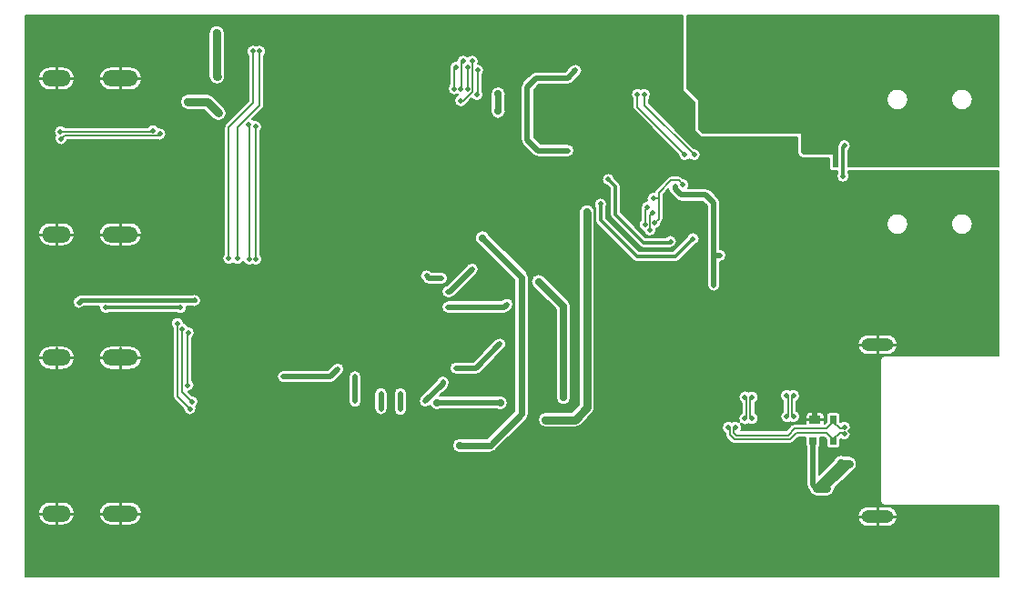
<source format=gbl>
G04 Layer: BottomLayer*
G04 EasyEDA Pro v1.8.39, 2022-11-10 11:17:13*
G04 Gerber Generator version 0.3*
G04 Scale: 100 percent, Rotated: No, Reflected: No*
G04 Dimensions in millimeters*
G04 Leading zeros omitted, absolute positions, 3 integers and 3 decimals*
%FSLAX33Y33*%
%MOMM*%
%ADD999C,0.2032*%
%ADD10C,0.254*%
%ADD11O,2.70002X1.50114*%
%ADD12O,3.29946X1.50114*%
%ADD13O,2.99974X1.19888*%
%ADD14C,0.699999*%
%ADD15C,0.499999*%
%ADD16C,0.50038*%
%ADD17C,0.2082*%
%ADD18C,0.2032*%
%ADD19C,0.508*%
%ADD20C,0.700001*%
%ADD21C,0.762*%
%ADD22C,0.127*%
%ADD23C,0.800001*%
%ADD24C,0.299999*%
%ADD25C,0.399999*%
%ADD26C,0.600001*%
%ADD27C,0.25*%
G75*


G04 Copper Start*
G36*
G01X358Y358D02*
G01X358Y11455D01*
G01Y11456D01*
G01X347Y16155D01*
G01Y24967D01*
G01X358Y26617D01*
G01Y26618D01*
G01Y26619D01*
G01Y52642D01*
G01X61450D01*
G01Y45778D01*
G03X61555Y45525I358J0D01*
G01X62554Y44526D01*
G01Y42005D01*
G03X62659Y41751I358J0D01*
G01X63067Y41343D01*
G03X63321Y41238I253J253D01*
G01X72143D01*
G01Y39861D01*
G03X72248Y39608I358J0D01*
G01X72432Y39424D01*
G03X72685Y39319I253J253D01*
G01X75070D01*
G01Y38470D01*
G03X75428Y38112I358J0D01*
G01X75880D01*
G01Y37985D01*
G03X75780Y37650I508J-334D01*
G03X76388Y37042I608J0D01*
G03X76996Y37650I0J608D01*
G03X76896Y37985I-608J0D01*
G01Y38112D01*
G01X90842D01*
G01Y20932D01*
G01X80250D01*
G01X80238D01*
G03X79880Y20574I0J-358D01*
G01Y7366D01*
G03X80238Y7008I358J0D01*
G01X80250D01*
G01X90842D01*
G01Y4572D01*
G01Y3302D01*
G01Y358D01*
G01X358D01*
G37*
%LPC*%
G36*
G01X40018Y12581D02*
G03X40726Y11873I708J0D01*
G03X40988Y11922I0J708D01*
G01X43571D01*
G03X44036Y12115I0J658D01*
G01X46957Y15036D01*
G03X47150Y15502I-465J465D01*
G01Y28252D01*
G03X46957Y28718I-658J0D01*
G01X43485Y32191D01*
G03X42835Y32618I-650J-281D01*
G03X42126Y31910I0J-708D01*
G03X42554Y31260I708J0D01*
G01X45834Y27980D01*
G01Y15774D01*
G01X43298Y13239D01*
G01X40988D01*
G03X40726Y13289I-261J-658D01*
G03X40018Y12581I0J-708D01*
G37*
G36*
G01X73468Y8037D02*
G03X73990Y7821I523J523D01*
G01X74627D01*
G01X74893D01*
G03X75632Y8560I0J739D01*
G01Y8565D01*
G01X77313Y10246D01*
G03X77701Y10897I-351J651D01*
G03X76962Y11636I-739J0D01*
G01X76527D01*
G03X76200Y11712I-327J-663D01*
G03X75484Y11157I0J-739D01*
G01X74210Y9883D01*
G01Y12489D01*
G03X74246Y12645I-322J156D01*
G01Y13332D01*
G01X74627D01*
G01X74829Y13130D01*
G01Y12645D01*
G03X75188Y12287I358J0D01*
G01X75788D01*
G03X76146Y12645I0J358D01*
G01Y13150D01*
G01X76166Y13170D01*
G03X76519Y13057I353J495D01*
G03X77127Y13665I0J608D01*
G03X77037Y13983I-608J0D01*
G03X77127Y14300I-519J318D01*
G03X76519Y14908I-608J0D01*
G03X76151Y14785I0J-608D01*
G01X76146Y14790D01*
G01Y15345D01*
G03X75788Y15704I-358J0D01*
G01X75188D01*
G03X74829Y15345I0J-358D01*
G01Y14810D01*
G01X74645Y14626D01*
G01X74646Y14645D01*
G01Y15345D01*
G03X74288Y15704I-358J0D01*
G01X73288D01*
G03X72929Y15345I0J-358D01*
G01Y14645D01*
G03X72931Y14608I358J0D01*
G01X71901D01*
G03X71576Y14473I0J-460D01*
G01X71101Y13998D01*
G01X66926D01*
G03X66992Y14275I-541J277D01*
G03X66886Y14619I-608J0D01*
G03X67273Y14479I388J469D01*
G03X67603Y14577I0J608D01*
G03X67934Y14479I330J511D01*
G03X68542Y15088I0J608D01*
G03X68241Y15612I-608J0D01*
G01Y16569D01*
G03X68542Y17094I-307J525D01*
G03X67934Y17702I-608J0D01*
G03X67603Y17605I0J-608D01*
G03X67273Y17702I-330J-511D01*
G03X66665Y17094I0J-608D01*
G03X66966Y16569I608J0D01*
G01Y15612D01*
G03X66665Y15088I307J-525D01*
G03X66772Y14743I608J0D01*
G03X66384Y14883I-388J-469D01*
G03X66054Y14785I0J-608D01*
G03X65724Y14883I-330J-511D01*
G03X65116Y14275I0J-608D01*
G03X65416Y13750I608J0D01*
G01Y13620D01*
G03X65551Y13294I460J0D01*
G01X65988Y12858D01*
G03X66313Y12723I325J325D01*
G01X71439D01*
G03X71764Y12858I0J460D01*
G01X72239Y13332D01*
G01X72929D01*
G01Y12645D01*
G03X72986Y12453I358J0D01*
G01Y8952D01*
G03X73165Y8519I612J0D01*
G01X73214Y8471D01*
G03X73417Y8088I726J140D01*
G01X73468Y8037D01*
G37*
G36*
G01X47992Y14986D02*
G03X48731Y14247I739J0D01*
G01X51449D01*
G03X51972Y14463I0J739D01*
G01X53089Y15581D01*
G03X53306Y16104I-523J523D01*
G01Y34251D01*
G03X53240Y34556I-739J0D01*
G03X52563Y35057I-677J-207D01*
G03X51871Y34501I0J-708D01*
G03X51827Y34251I695J-251D01*
G01Y16410D01*
G01X51143Y15725D01*
G01X48731D01*
G03X47992Y14986I0J-739D01*
G37*
G36*
G01X64374Y26908D02*
G03X64982Y27516I0J608D01*
G01Y29683D01*
G03X65376Y29861I-37J607D01*
G03X65554Y30291I-430J430D01*
G03X64982Y30898I-608J0D01*
G01Y35171D01*
G03X64804Y35601I-608J0D01*
G01X64064Y36341D01*
G03X63634Y36519I-430J-430D01*
G01X62005D01*
G03X62112Y36863I-501J344D01*
G03X61504Y37471I-608J0D01*
G01X61492D01*
G01X61395Y37568D01*
G03X61097Y37691I-298J-298D01*
G01X60411D01*
G03X60113Y37568I0J-422D01*
G01X58945Y36399D01*
G03X58832Y36193I298J-298D01*
G03X58735Y36201I-97J-600D01*
G03X58127Y35593I0J-608D01*
G03X58163Y35387I608J0D01*
G03X57593Y34780I39J-607D01*
G03X57597Y34717I608J0D01*
G03X57551Y34526I376J-190D01*
G01Y33593D01*
G03X57365Y33155I422J-438D01*
G03X57828Y32564I608J0D01*
G03X58430Y32039I603J83D01*
G03X59038Y32647I0J608D01*
G03X59031Y32741I-608J0D01*
G03X59495Y33332I-143J591D01*
G01Y33344D01*
G01X59541Y33390D01*
G03X59665Y33688I-298J298D01*
G01Y35582D01*
G01Y35926D01*
G01X60159Y36421D01*
G03X60337Y36001I608J11D01*
G01X60858Y35481D01*
G03X61288Y35302I430J430D01*
G01X63382D01*
G01X63766Y34919D01*
G01Y30290D01*
G01Y27516D01*
G03X64374Y26908I608J0D01*
G37*
G36*
G01X21784Y29328D02*
G03X22392Y29936I0J608D01*
G03X22205Y30374I-608J0D01*
G01Y41855D01*
G03X22365Y42266I-449J410D01*
G03X21756Y42874I-608J0D01*
G03X21594Y42852I0J-608D01*
G03X21454Y42978I-473J-383D01*
G01X22432Y43956D01*
G03X22555Y44254I-298J298D01*
G01Y48845D01*
G03X22742Y49284I-422J438D01*
G03X22134Y49892I-608J0D01*
G03X21816Y49802I0J-608D01*
G03X21499Y49892I-317J-519D01*
G03X20890Y49284I0J-608D01*
G03X21077Y48845I608J0D01*
G01Y44632D01*
G01X18965Y42521D01*
G03X18842Y42222I298J-298D01*
G01Y30443D01*
G03X18655Y30005I422J-438D01*
G03X19263Y29397I608J0D01*
G03X19657Y29542I0J608D01*
G03X20051Y29397I394J464D01*
G03X20583Y29712I0J608D01*
G03X21149Y29328I565J224D01*
G03X21466Y29417I0J608D01*
G03X21784Y29328I318J519D01*
G37*
G36*
G01X60767Y29649D02*
G03X61126Y29798I0J508D01*
G01X62566Y31238D01*
G03X63051Y31834I-123J596D01*
G03X62443Y32442I-608J0D01*
G03X61848Y31957I0J-608D01*
G01X60556Y30666D01*
G01X57447D01*
G01X54341Y33772D01*
G01Y34726D01*
G03X54441Y35060I-508J334D01*
G03X53833Y35668I-608J0D01*
G03X53225Y35060I0J-608D01*
G03X53325Y34726I608J0D01*
G01Y33561D01*
G03X53473Y33202I508J0D01*
G01X56877Y29798D01*
G03X57236Y29649I359J359D01*
G01X60767D01*
G37*
G36*
G01X47616Y39605D02*
G03X48049Y39426I433J433D01*
G01X50810D01*
G03X51422Y40038I0J612D01*
G03X50810Y40650I-612J0D01*
G01X48303D01*
G01X47653Y41300D01*
G01Y45720D01*
G01X48122Y46189D01*
G01X48137Y46191D01*
G01X50815D01*
G03X51245Y46369I0J608D01*
G01X51951Y47076D01*
G03X52129Y47506I-430J430D01*
G03X51521Y48114I-608J0D01*
G03X51091Y47936I0J-608D01*
G01X50563Y47407D01*
G01X48137D01*
G03X48067Y47411I-70J-608D01*
G01X47866D01*
G03X47433Y47232I0J-612D01*
G01X46608Y46407D01*
G03X46429Y45974I433J-433D01*
G01Y41046D01*
G03X46608Y40614I612J0D01*
G01X47616Y39605D01*
G37*
G36*
G01X57461Y31119D02*
G03X57821Y30970I359J359D01*
G01X60234D01*
G03X60291Y30973I0J508D01*
G03X60335Y30972I44J607D01*
G03X60943Y31580I0J608D01*
G03X60335Y32188I-608J0D01*
G03X59883Y31986I0J-608D01*
G01X58031D01*
G01X55712Y34305D01*
G01Y36711D01*
G03X55564Y37070I-508J0D01*
G01X55165Y37469D01*
G03X54569Y37954I-596J-123D01*
G03X53961Y37346I0J-608D01*
G03X54446Y36750I608J0D01*
G01X54696Y36500D01*
G01Y34094D01*
G03X54845Y33735I508J0D01*
G01X57461Y31119D01*
G37*
G36*
G01X50382Y16335D02*
G03X51090Y17043I0J708D01*
G01Y25531D01*
G03X50883Y26031I-708J0D01*
G01X48568Y28347D01*
G03X48067Y28554I-501J-501D01*
G03X47359Y27846I0J-708D01*
G03X47566Y27345I708J0D01*
G01X49674Y25237D01*
G01Y17043D01*
G03X50382Y16335I708J0D01*
G37*
G36*
G01X61681Y39049D02*
G03X62113Y39229I0J608D01*
G03X62545Y39049I432J428D01*
G03X63153Y39657I0J608D01*
G03X62545Y40265I-608J0D01*
G01X62533D01*
G01X58344Y44454D01*
G01Y44832D01*
G03X58530Y45270I-422J438D01*
G03X57922Y45879I-608J0D01*
G03X57592Y45781I0J-608D01*
G03X57262Y45879I-330J-511D01*
G03X56654Y45270I0J-608D01*
G03X56840Y44832I608J0D01*
G01Y44077D01*
G03X56964Y43778I422J0D01*
G01X61073Y39669D01*
G01Y39657D01*
G03X61681Y39049I608J0D01*
G37*
G36*
G01X44515Y15853D02*
G03X45223Y16561I0J708D01*
G03X44515Y17269I-708J0D01*
G03X44198Y17194I0J-708D01*
G01X38985D01*
G03X38910Y17233I-363J-608D01*
G01X39611Y17934D01*
G03X39789Y18364I-430J430D01*
G01Y18491D01*
G03X39181Y19099I-608J0D01*
G03X38589Y18633I0J-608D01*
G01X37100Y17143D01*
G03X36922Y16713I430J-430D01*
G03X37530Y16105I608J0D01*
G03X37960Y16283I0J608D01*
G01X37975Y16298D01*
G03X38622Y15878I647J288D01*
G03X38985Y15978I0J708D01*
G01X44112D01*
G03X44515Y15853I402J583D01*
G37*
G36*
G01X15635Y15394D02*
G03X16243Y16002I0J608D01*
G03X16218Y16175I-608J0D01*
G03X16448Y16652I-378J476D01*
G03X15840Y17260I-608J0D01*
G01X15828D01*
G01X15494Y17594D01*
G03X16067Y18201I-35J607D01*
G03X15881Y18639I-608J0D01*
G01Y22629D01*
G03X16091Y23089I-398J460D01*
G03X15483Y23697I-608J0D01*
G01X15477D01*
G03X15069Y24035I-553J-253D01*
G03X14467Y24560I-603J-83D01*
G03X13858Y23952I0J-608D01*
G03X14045Y23514I608J0D01*
G01Y17170D01*
G03X14168Y16872I422J0D01*
G01X15027Y16014D01*
G01Y16002D01*
G03X15635Y15394I608J0D01*
G37*
G36*
G01X7192Y25425D02*
G03X7800Y24817I608J0D01*
G03X8134Y24917I0J608D01*
G01X14437D01*
G03X14771Y24817I334J508D01*
G03X15380Y25425I0J608D01*
G03X15371Y25528I-608J0D01*
G01X15837D01*
G03X16078Y25478I241J558D01*
G03X16686Y26086I0J608D01*
G03X16078Y26694I-608J0D01*
G03X15837Y26644I0J-608D01*
G01X5512D01*
G03X5117Y26480I0J-558D01*
G01X5110Y26473D01*
G03X4726Y25908I224J-565D01*
G03X5334Y25300I608J0D01*
G03X5809Y25528I0J608D01*
G01X7201D01*
G03X7192Y25425I599J-102D01*
G37*
G36*
G01X3049Y41148D02*
G03X3658Y40540I608J0D01*
G03X4253Y41022I0J608D01*
G01X12598D01*
G03X12841Y40972I243J557D01*
G03X13449Y41580I0J608D01*
G03X12841Y42188I-608J0D01*
G03X12761Y42183I0J-608D01*
G03X12231Y42493I-530J-298D01*
G03X11731Y42230I0J-608D01*
G01X4045D01*
G03X3607Y42417I-438J-422D01*
G03X2999Y41808I0J-608D01*
G03X3124Y41439I608J0D01*
G03X3049Y41148I534J-291D01*
G37*
G36*
G01X42254Y19178D02*
G03X42684Y19357I0J608D01*
G01X44919Y21592D01*
G03X45098Y22022I-430J430D01*
G03X44489Y22630I-608J0D01*
G03X44059Y22452I0J-608D01*
G01X42002Y20395D01*
G01X40375D01*
G03X39766Y19787I0J-608D01*
G03X40375Y19178I608J0D01*
G01X42254D01*
G37*
G36*
G01X40828Y44078D02*
G03X41333Y44347I0J608D01*
G03X41380Y44388I-251J339D01*
G01X41868Y44876D01*
G03X42352Y44637I484J369D01*
G03X42960Y45245I0J608D01*
G03X42824Y45628I-608J0D01*
G01Y47067D01*
G03X43011Y47506I-422J438D01*
G03X42446Y48112I-608J0D01*
G03X42503Y48369I-551J257D01*
G03X41895Y48977I-608J0D01*
G03X41476Y48810I0J-608D01*
G03X41057Y48977I-419J-441D01*
G03X40449Y48388I0J-608D01*
G03X40371Y48393I-78J-603D01*
G03X39763Y47785I0J-608D01*
G03X39797Y47584I608J0D01*
G01Y46242D01*
G03X39610Y45804I422J-438D01*
G03X40218Y45196I608J0D01*
G03X40536Y45285I0J608D01*
G03X40601Y45250I318J519D01*
G03X40220Y44686I227J-564D01*
G03X40828Y44078I608J0D01*
G37*
G36*
G01X23736Y18999D02*
G03X24344Y18391I608J0D01*
G01X28703D01*
G03X29133Y18569I0J608D01*
G01X29834Y19270D01*
G03X30012Y19700I-430J430D01*
G03X29404Y20308I-608J0D01*
G03X28974Y20130I0J-608D01*
G01X28451Y19607D01*
G01X24344D01*
G03X23736Y18999I0J-608D01*
G37*
G36*
G01X39784Y26298D02*
G03X40214Y26476I0J608D01*
G01X42322Y28584D01*
G03X42501Y29014I-430J430D01*
G03X41892Y29623I-608J0D01*
G03X41462Y29444I0J-608D01*
G01X39522Y27504D01*
G03X39024Y26906I109J-598D01*
G03X39632Y26298I608J0D01*
G01X39784D01*
G37*
G36*
G01X18302Y42777D02*
G03X19060Y43536I0J758D01*
G03X18838Y44072I-758J0D01*
G01X17797Y45113D01*
G03X17261Y45335I-536J-536D01*
G01X15457D01*
G03X14699Y44577I0J-758D01*
G03X15457Y43819I758J0D01*
G01X16947D01*
G01X17766Y43000D01*
G03X18302Y42777I536J536D01*
G37*
G36*
G01X39030Y25476D02*
G03X39638Y24868I608J0D01*
G01X44884D01*
G03X45314Y25046I0J608D01*
G01X45576Y25308D01*
G03X45754Y25738I-430J430D01*
G03X45146Y26346I-608J0D01*
G03X44716Y26168I0J-608D01*
G01X44632Y26084D01*
G01X39638D01*
G03X39030Y25476I0J-608D01*
G37*
G36*
G01X10082Y45640D02*
G03X11191Y46749I0J1109D01*
G03X10082Y47858I-1109J0D01*
G01X8284D01*
G03X7175Y46749I0J-1109D01*
G03X8284Y45640I1109J0D01*
G01X10082D01*
G37*
G36*
G01X10082Y5142D02*
G03X11191Y6251I0J1109D01*
G03X10082Y7360I-1109J0D01*
G01X8284D01*
G03X7175Y6251I0J-1109D01*
G03X8284Y5142I1109J0D01*
G01X10082D01*
G37*
G36*
G01X7175Y32251D02*
G03X8284Y31142I1109J0D01*
G01X10082D01*
G03X11191Y32251I0J1109D01*
G03X10082Y33360I-1109J0D01*
G01X8284D01*
G03X7175Y32251I0J-1109D01*
G37*
G36*
G01X7175Y20749D02*
G03X8284Y19640I1109J0D01*
G01X10082D01*
G03X11191Y20749I0J1109D01*
G03X10082Y21858I-1109J0D01*
G01X8284D01*
G03X7175Y20749I0J-1109D01*
G37*
G36*
G01X18171Y46163D02*
G03X18929Y46921I0J758D01*
G03X18904Y47116I-758J0D01*
G01Y50985D01*
G03X18146Y51744I-758J0D01*
G03X17388Y50985I0J-758D01*
G01Y46947D01*
G03X17610Y46411I758J0D01*
G01X17635Y46385D01*
G03X18171Y46163I536J536D01*
G37*
G36*
G01X1513Y32251D02*
G03X2622Y31142I1109J0D01*
G01X3821D01*
G03X4930Y32251I0J1109D01*
G03X3821Y33360I-1109J0D01*
G01X2622D01*
G03X1513Y32251I0J-1109D01*
G37*
G36*
G01X3821Y5142D02*
G03X4930Y6251I0J1109D01*
G03X3821Y7360I-1109J0D01*
G01X2622D01*
G03X1513Y6251I0J-1109D01*
G03X2622Y5142I1109J0D01*
G01X3821D01*
G37*
G36*
G01X3821Y19640D02*
G03X4930Y20749I0J1109D01*
G03X3821Y21858I-1109J0D01*
G01X2622D01*
G03X1513Y20749I0J-1109D01*
G03X2622Y19640I1109J0D01*
G01X3821D01*
G37*
G36*
G01X1513Y46749D02*
G03X2622Y45640I1109J0D01*
G01X3821D01*
G03X4930Y46749I0J1109D01*
G03X3821Y47858I-1109J0D01*
G01X2622D01*
G03X1513Y46749I0J-1109D01*
G37*
G36*
G01X80503Y21013D02*
G03X81461Y21971I0J958D01*
G03X80503Y22929I-958J0D01*
G01X78702D01*
G03X77745Y21971I0J-958D01*
G03X78702Y21013I958J0D01*
G01X80503D01*
G37*
G36*
G01X77745Y5969D02*
G03X78702Y5011I958J0D01*
G01X80503D01*
G03X81461Y5969I0J958D01*
G03X80503Y6927I-958J0D01*
G01X78702D01*
G03X77745Y5969I0J-958D01*
G37*
G36*
G01X71159Y14657D02*
G03X71477Y14747I0J608D01*
G03X71794Y14657I318J519D01*
G03X72403Y15265I0J608D01*
G03X72102Y15790I-608J0D01*
G01Y16722D01*
G03X72403Y17247I-307J525D01*
G03X71794Y17855I-608J0D01*
G03X71464Y17757I0J-608D01*
G03X71134Y17855I-330J-511D01*
G03X70526Y17247I0J-608D01*
G03X70827Y16722I608J0D01*
G01Y15774D01*
G03X70551Y15265I333J-509D01*
G03X71159Y14657I608J0D01*
G37*
G36*
G01X43600Y43696D02*
G03X44308Y42988I708J0D01*
G03X45016Y43696I0J708D01*
G03X44966Y43957I-708J0D01*
G01Y45060D01*
G03X45016Y45321I-658J261D01*
G03X44308Y46029I-708J0D01*
G03X43600Y45321I0J-708D01*
G03X43650Y45060I708J0D01*
G01Y43957D01*
G03X43600Y43696I658J-261D01*
G37*
G36*
G01X31002Y16080D02*
G03X31610Y16688I0J608D01*
G03X31604Y16774I-608J0D01*
G01Y18981D01*
G03X30996Y19590I-608J0D01*
G03X30388Y18981I0J-608D01*
G01Y16694D01*
G03X30566Y16264I608J0D01*
G01X30572Y16258D01*
G03X31002Y16080I430J430D01*
G37*
G36*
G01X87452Y32192D02*
G03X88460Y33200I0J1008D01*
G03X87452Y34208I-1008J0D01*
G03X86444Y33200I0J-1008D01*
G03X87452Y32192I1008J0D01*
G37*
G36*
G01X80444Y33200D02*
G03X81452Y32192I1008J0D01*
G03X82460Y33200I0J1008D01*
G03X81452Y34208I-1008J0D01*
G03X80444Y33200I0J-1008D01*
G37*
G36*
G01X37449Y27721D02*
G03X37879Y27543I430J430D01*
G01X39048D01*
G03X39656Y28151I0J608D01*
G03X39048Y28759I-608J0D01*
G01X38131D01*
G01X38081Y28809D01*
G03X37651Y28988I-430J-430D01*
G03X37042Y28379I0J-608D01*
G03X37221Y27949I608J0D01*
G01X37449Y27721D01*
G37*
G36*
G01X34610Y15926D02*
G03X35218Y15318I608J0D01*
G03X35827Y15926I0J608D01*
G01Y17423D01*
G03X35648Y17854I-608J0D01*
G03X35217Y18033I-431J-429D01*
G03X34609Y17424I0J-608D01*
G03X34610Y17380I608J0D01*
G01Y15926D01*
G37*
G36*
G01X32985Y15572D02*
G03X33415Y15394I430J430D01*
G03X34023Y16002I0J608D01*
G03X34020Y16064I-608J0D01*
G01Y17424D01*
G03X33412Y18033I-608J0D01*
G03X32804Y17424I0J-608D01*
G01Y16005D01*
G03X32982Y15575I608J0D01*
G01X32985Y15572D01*
G37*
%LPD*%
G36*
G01X75530Y38571D02*
G01X75530Y39677D01*
G03X75428Y39779I-102J0D01*
G01X72727D01*
G01X72603Y39903D01*
G01Y41596D01*
G03X72501Y41698I-102J0D01*
G01X63363D01*
G01X63014Y42047D01*
G01Y44675D01*
G03X62984Y44747I-102J0D01*
G01X61910Y45821D01*
G01Y52642D01*
G01X90842D01*
G01Y38571D01*
G01X76896D01*
G01Y40021D01*
G03X77123Y40495I-381J474D01*
G03X76515Y41103I-608J0D01*
G03X75908Y40536I0J-608D01*
G03X75880Y40368I480J-167D01*
G01Y38571D01*
G01X75530D01*
G37*
%LPC*%
G36*
G01X86444Y44800D02*
G03X87452Y43792I1008J0D01*
G03X88460Y44800I0J1008D01*
G03X87452Y45808I-1008J0D01*
G03X86444Y44800I0J-1008D01*
G37*
G36*
G01X81452Y43792D02*
G03X82460Y44800I0J1008D01*
G03X81452Y45808I-1008J0D01*
G03X80444Y44800I0J-1008D01*
G03X81452Y43792I1008J0D01*
G37*
%LPD*%
G54D999*
G01X358Y358D02*
G01X358Y11455D01*
G01Y11456D01*
G01X347Y16155D01*
G01Y24967D01*
G01X358Y26617D01*
G01Y26618D01*
G01Y26619D01*
G01Y52642D01*
G01X61450D01*
G01Y45778D01*
G03X61555Y45525I358J0D01*
G01X62554Y44526D01*
G01Y42005D01*
G03X62659Y41751I358J0D01*
G01X63067Y41343D01*
G03X63321Y41238I253J253D01*
G01X72143D01*
G01Y39861D01*
G03X72248Y39608I358J0D01*
G01X72432Y39424D01*
G03X72685Y39319I253J253D01*
G01X75070D01*
G01Y38470D01*
G03X75428Y38112I358J0D01*
G01X75880D01*
G01Y37985D01*
G03X75780Y37650I508J-334D01*
G03X76388Y37042I608J0D01*
G03X76996Y37650I0J608D01*
G03X76896Y37985I-608J0D01*
G01Y38112D01*
G01X90842D01*
G01Y20932D01*
G01X80250D01*
G01X80238D01*
G03X79880Y20574I0J-358D01*
G01Y7366D01*
G03X80238Y7008I358J0D01*
G01X80250D01*
G01X90842D01*
G01Y4572D01*
G01Y3302D01*
G01Y358D01*
G01X358D01*
G01X40018Y12581D02*
G03X40726Y11873I708J0D01*
G03X40988Y11922I0J708D01*
G01X43571D01*
G03X44036Y12115I0J658D01*
G01X46957Y15036D01*
G03X47150Y15502I-465J465D01*
G01Y28252D01*
G03X46957Y28718I-658J0D01*
G01X43485Y32191D01*
G03X42835Y32618I-650J-281D01*
G03X42126Y31910I0J-708D01*
G03X42554Y31260I708J0D01*
G01X45834Y27980D01*
G01Y15774D01*
G01X43298Y13239D01*
G01X40988D01*
G03X40726Y13289I-261J-658D01*
G03X40018Y12581I0J-708D01*
G01X73468Y8037D02*
G03X73990Y7821I523J523D01*
G01X74627D01*
G01X74893D01*
G03X75632Y8560I0J739D01*
G01Y8565D01*
G01X77313Y10246D01*
G03X77701Y10897I-351J651D01*
G03X76962Y11636I-739J0D01*
G01X76527D01*
G03X76200Y11712I-327J-663D01*
G03X75484Y11157I0J-739D01*
G01X74210Y9883D01*
G01Y12489D01*
G03X74246Y12645I-322J156D01*
G01Y13332D01*
G01X74627D01*
G01X74829Y13130D01*
G01Y12645D01*
G03X75188Y12287I358J0D01*
G01X75788D01*
G03X76146Y12645I0J358D01*
G01Y13150D01*
G01X76166Y13170D01*
G03X76519Y13057I353J495D01*
G03X77127Y13665I0J608D01*
G03X77037Y13983I-608J0D01*
G03X77127Y14300I-519J318D01*
G03X76519Y14908I-608J0D01*
G03X76151Y14785I0J-608D01*
G01X76146Y14790D01*
G01Y15345D01*
G03X75788Y15704I-358J0D01*
G01X75188D01*
G03X74829Y15345I0J-358D01*
G01Y14810D01*
G01X74645Y14626D01*
G01X74646Y14645D01*
G01Y15345D01*
G03X74288Y15704I-358J0D01*
G01X73288D01*
G03X72929Y15345I0J-358D01*
G01Y14645D01*
G03X72931Y14608I358J0D01*
G01X71901D01*
G03X71576Y14473I0J-460D01*
G01X71101Y13998D01*
G01X66926D01*
G03X66992Y14275I-541J277D01*
G03X66886Y14619I-608J0D01*
G03X67273Y14479I388J469D01*
G03X67603Y14577I0J608D01*
G03X67934Y14479I330J511D01*
G03X68542Y15088I0J608D01*
G03X68241Y15612I-608J0D01*
G01Y16569D01*
G03X68542Y17094I-307J525D01*
G03X67934Y17702I-608J0D01*
G03X67603Y17605I0J-608D01*
G03X67273Y17702I-330J-511D01*
G03X66665Y17094I0J-608D01*
G03X66966Y16569I608J0D01*
G01Y15612D01*
G03X66665Y15088I307J-525D01*
G03X66772Y14743I608J0D01*
G03X66384Y14883I-388J-469D01*
G03X66054Y14785I0J-608D01*
G03X65724Y14883I-330J-511D01*
G03X65116Y14275I0J-608D01*
G03X65416Y13750I608J0D01*
G01Y13620D01*
G03X65551Y13294I460J0D01*
G01X65988Y12858D01*
G03X66313Y12723I325J325D01*
G01X71439D01*
G03X71764Y12858I0J460D01*
G01X72239Y13332D01*
G01X72929D01*
G01Y12645D01*
G03X72986Y12453I358J0D01*
G01Y8952D01*
G03X73165Y8519I612J0D01*
G01X73214Y8471D01*
G03X73417Y8088I726J140D01*
G01X73468Y8037D01*
G01X47992Y14986D02*
G03X48731Y14247I739J0D01*
G01X51449D01*
G03X51972Y14463I0J739D01*
G01X53089Y15581D01*
G03X53306Y16104I-523J523D01*
G01Y34251D01*
G03X53240Y34556I-739J0D01*
G03X52563Y35057I-677J-207D01*
G03X51871Y34501I0J-708D01*
G03X51827Y34251I695J-251D01*
G01Y16410D01*
G01X51143Y15725D01*
G01X48731D01*
G03X47992Y14986I0J-739D01*
G01X64374Y26908D02*
G03X64982Y27516I0J608D01*
G01Y29683D01*
G03X65376Y29861I-37J607D01*
G03X65554Y30291I-430J430D01*
G03X64982Y30898I-608J0D01*
G01Y35171D01*
G03X64804Y35601I-608J0D01*
G01X64064Y36341D01*
G03X63634Y36519I-430J-430D01*
G01X62005D01*
G03X62112Y36863I-501J344D01*
G03X61504Y37471I-608J0D01*
G01X61492D01*
G01X61395Y37568D01*
G03X61097Y37691I-298J-298D01*
G01X60411D01*
G03X60113Y37568I0J-422D01*
G01X58945Y36399D01*
G03X58832Y36193I298J-298D01*
G03X58735Y36201I-97J-600D01*
G03X58127Y35593I0J-608D01*
G03X58163Y35387I608J0D01*
G03X57593Y34780I39J-607D01*
G03X57597Y34717I608J0D01*
G03X57551Y34526I376J-190D01*
G01Y33593D01*
G03X57365Y33155I422J-438D01*
G03X57828Y32564I608J0D01*
G03X58430Y32039I603J83D01*
G03X59038Y32647I0J608D01*
G03X59031Y32741I-608J0D01*
G03X59495Y33332I-143J591D01*
G01Y33344D01*
G01X59541Y33390D01*
G03X59665Y33688I-298J298D01*
G01Y35582D01*
G01Y35926D01*
G01X60159Y36421D01*
G03X60337Y36001I608J11D01*
G01X60858Y35481D01*
G03X61288Y35302I430J430D01*
G01X63382D01*
G01X63766Y34919D01*
G01Y30290D01*
G01Y27516D01*
G03X64374Y26908I608J0D01*
G01X21784Y29328D02*
G03X22392Y29936I0J608D01*
G03X22205Y30374I-608J0D01*
G01Y41855D01*
G03X22365Y42266I-449J410D01*
G03X21756Y42874I-608J0D01*
G03X21594Y42852I0J-608D01*
G03X21454Y42978I-473J-383D01*
G01X22432Y43956D01*
G03X22555Y44254I-298J298D01*
G01Y48845D01*
G03X22742Y49284I-422J438D01*
G03X22134Y49892I-608J0D01*
G03X21816Y49802I0J-608D01*
G03X21499Y49892I-317J-519D01*
G03X20890Y49284I0J-608D01*
G03X21077Y48845I608J0D01*
G01Y44632D01*
G01X18965Y42521D01*
G03X18842Y42222I298J-298D01*
G01Y30443D01*
G03X18655Y30005I422J-438D01*
G03X19263Y29397I608J0D01*
G03X19657Y29542I0J608D01*
G03X20051Y29397I394J464D01*
G03X20583Y29712I0J608D01*
G03X21149Y29328I565J224D01*
G03X21466Y29417I0J608D01*
G03X21784Y29328I318J519D01*
G01X60767Y29649D02*
G03X61126Y29798I0J508D01*
G01X62566Y31238D01*
G03X63051Y31834I-123J596D01*
G03X62443Y32442I-608J0D01*
G03X61848Y31957I0J-608D01*
G01X60556Y30666D01*
G01X57447D01*
G01X54341Y33772D01*
G01Y34726D01*
G03X54441Y35060I-508J334D01*
G03X53833Y35668I-608J0D01*
G03X53225Y35060I0J-608D01*
G03X53325Y34726I608J0D01*
G01Y33561D01*
G03X53473Y33202I508J0D01*
G01X56877Y29798D01*
G03X57236Y29649I359J359D01*
G01X60767D01*
G01X47616Y39605D02*
G03X48049Y39426I433J433D01*
G01X50810D01*
G03X51422Y40038I0J612D01*
G03X50810Y40650I-612J0D01*
G01X48303D01*
G01X47653Y41300D01*
G01Y45720D01*
G01X48122Y46189D01*
G01X48137Y46191D01*
G01X50815D01*
G03X51245Y46369I0J608D01*
G01X51951Y47076D01*
G03X52129Y47506I-430J430D01*
G03X51521Y48114I-608J0D01*
G03X51091Y47936I0J-608D01*
G01X50563Y47407D01*
G01X48137D01*
G03X48067Y47411I-70J-608D01*
G01X47866D01*
G03X47433Y47232I0J-612D01*
G01X46608Y46407D01*
G03X46429Y45974I433J-433D01*
G01Y41046D01*
G03X46608Y40614I612J0D01*
G01X47616Y39605D01*
G01X57461Y31119D02*
G03X57821Y30970I359J359D01*
G01X60234D01*
G03X60291Y30973I0J508D01*
G03X60335Y30972I44J607D01*
G03X60943Y31580I0J608D01*
G03X60335Y32188I-608J0D01*
G03X59883Y31986I0J-608D01*
G01X58031D01*
G01X55712Y34305D01*
G01Y36711D01*
G03X55564Y37070I-508J0D01*
G01X55165Y37469D01*
G03X54569Y37954I-596J-123D01*
G03X53961Y37346I0J-608D01*
G03X54446Y36750I608J0D01*
G01X54696Y36500D01*
G01Y34094D01*
G03X54845Y33735I508J0D01*
G01X57461Y31119D01*
G01X50382Y16335D02*
G03X51090Y17043I0J708D01*
G01Y25531D01*
G03X50883Y26031I-708J0D01*
G01X48568Y28347D01*
G03X48067Y28554I-501J-501D01*
G03X47359Y27846I0J-708D01*
G03X47566Y27345I708J0D01*
G01X49674Y25237D01*
G01Y17043D01*
G03X50382Y16335I708J0D01*
G01X61681Y39049D02*
G03X62113Y39229I0J608D01*
G03X62545Y39049I432J428D01*
G03X63153Y39657I0J608D01*
G03X62545Y40265I-608J0D01*
G01X62533D01*
G01X58344Y44454D01*
G01Y44832D01*
G03X58530Y45270I-422J438D01*
G03X57922Y45879I-608J0D01*
G03X57592Y45781I0J-608D01*
G03X57262Y45879I-330J-511D01*
G03X56654Y45270I0J-608D01*
G03X56840Y44832I608J0D01*
G01Y44077D01*
G03X56964Y43778I422J0D01*
G01X61073Y39669D01*
G01Y39657D01*
G03X61681Y39049I608J0D01*
G01X44515Y15853D02*
G03X45223Y16561I0J708D01*
G03X44515Y17269I-708J0D01*
G03X44198Y17194I0J-708D01*
G01X38985D01*
G03X38910Y17233I-363J-608D01*
G01X39611Y17934D01*
G03X39789Y18364I-430J430D01*
G01Y18491D01*
G03X39181Y19099I-608J0D01*
G03X38589Y18633I0J-608D01*
G01X37100Y17143D01*
G03X36922Y16713I430J-430D01*
G03X37530Y16105I608J0D01*
G03X37960Y16283I0J608D01*
G01X37975Y16298D01*
G03X38622Y15878I647J288D01*
G03X38985Y15978I0J708D01*
G01X44112D01*
G03X44515Y15853I402J583D01*
G01X15635Y15394D02*
G03X16243Y16002I0J608D01*
G03X16218Y16175I-608J0D01*
G03X16448Y16652I-378J476D01*
G03X15840Y17260I-608J0D01*
G01X15828D01*
G01X15494Y17594D01*
G03X16067Y18201I-35J607D01*
G03X15881Y18639I-608J0D01*
G01Y22629D01*
G03X16091Y23089I-398J460D01*
G03X15483Y23697I-608J0D01*
G01X15477D01*
G03X15069Y24035I-553J-253D01*
G03X14467Y24560I-603J-83D01*
G03X13858Y23952I0J-608D01*
G03X14045Y23514I608J0D01*
G01Y17170D01*
G03X14168Y16872I422J0D01*
G01X15027Y16014D01*
G01Y16002D01*
G03X15635Y15394I608J0D01*
G01X7192Y25425D02*
G03X7800Y24817I608J0D01*
G03X8134Y24917I0J608D01*
G01X14437D01*
G03X14771Y24817I334J508D01*
G03X15380Y25425I0J608D01*
G03X15371Y25528I-608J0D01*
G01X15837D01*
G03X16078Y25478I241J558D01*
G03X16686Y26086I0J608D01*
G03X16078Y26694I-608J0D01*
G03X15837Y26644I0J-608D01*
G01X5512D01*
G03X5117Y26480I0J-558D01*
G01X5110Y26473D01*
G03X4726Y25908I224J-565D01*
G03X5334Y25300I608J0D01*
G03X5809Y25528I0J608D01*
G01X7201D01*
G03X7192Y25425I599J-102D01*
G01X3049Y41148D02*
G03X3658Y40540I608J0D01*
G03X4253Y41022I0J608D01*
G01X12598D01*
G03X12841Y40972I243J557D01*
G03X13449Y41580I0J608D01*
G03X12841Y42188I-608J0D01*
G03X12761Y42183I0J-608D01*
G03X12231Y42493I-530J-298D01*
G03X11731Y42230I0J-608D01*
G01X4045D01*
G03X3607Y42417I-438J-422D01*
G03X2999Y41808I0J-608D01*
G03X3124Y41439I608J0D01*
G03X3049Y41148I534J-291D01*
G01X42254Y19178D02*
G03X42684Y19357I0J608D01*
G01X44919Y21592D01*
G03X45098Y22022I-430J430D01*
G03X44489Y22630I-608J0D01*
G03X44059Y22452I0J-608D01*
G01X42002Y20395D01*
G01X40375D01*
G03X39766Y19787I0J-608D01*
G03X40375Y19178I608J0D01*
G01X42254D01*
G01X40828Y44078D02*
G03X41333Y44347I0J608D01*
G03X41380Y44388I-251J339D01*
G01X41868Y44876D01*
G03X42352Y44637I484J369D01*
G03X42960Y45245I0J608D01*
G03X42824Y45628I-608J0D01*
G01Y47067D01*
G03X43011Y47506I-422J438D01*
G03X42446Y48112I-608J0D01*
G03X42503Y48369I-551J257D01*
G03X41895Y48977I-608J0D01*
G03X41476Y48810I0J-608D01*
G03X41057Y48977I-419J-441D01*
G03X40449Y48388I0J-608D01*
G03X40371Y48393I-78J-603D01*
G03X39763Y47785I0J-608D01*
G03X39797Y47584I608J0D01*
G01Y46242D01*
G03X39610Y45804I422J-438D01*
G03X40218Y45196I608J0D01*
G03X40536Y45285I0J608D01*
G03X40601Y45250I318J519D01*
G03X40220Y44686I227J-564D01*
G03X40828Y44078I608J0D01*
G01X23736Y18999D02*
G03X24344Y18391I608J0D01*
G01X28703D01*
G03X29133Y18569I0J608D01*
G01X29834Y19270D01*
G03X30012Y19700I-430J430D01*
G03X29404Y20308I-608J0D01*
G03X28974Y20130I0J-608D01*
G01X28451Y19607D01*
G01X24344D01*
G03X23736Y18999I0J-608D01*
G01X39784Y26298D02*
G03X40214Y26476I0J608D01*
G01X42322Y28584D01*
G03X42501Y29014I-430J430D01*
G03X41892Y29623I-608J0D01*
G03X41462Y29444I0J-608D01*
G01X39522Y27504D01*
G03X39024Y26906I109J-598D01*
G03X39632Y26298I608J0D01*
G01X39784D01*
G01X18302Y42777D02*
G03X19060Y43536I0J758D01*
G03X18838Y44072I-758J0D01*
G01X17797Y45113D01*
G03X17261Y45335I-536J-536D01*
G01X15457D01*
G03X14699Y44577I0J-758D01*
G03X15457Y43819I758J0D01*
G01X16947D01*
G01X17766Y43000D01*
G03X18302Y42777I536J536D01*
G01X39030Y25476D02*
G03X39638Y24868I608J0D01*
G01X44884D01*
G03X45314Y25046I0J608D01*
G01X45576Y25308D01*
G03X45754Y25738I-430J430D01*
G03X45146Y26346I-608J0D01*
G03X44716Y26168I0J-608D01*
G01X44632Y26084D01*
G01X39638D01*
G03X39030Y25476I0J-608D01*
G01X10082Y45640D02*
G03X11191Y46749I0J1109D01*
G03X10082Y47858I-1109J0D01*
G01X8284D01*
G03X7175Y46749I0J-1109D01*
G03X8284Y45640I1109J0D01*
G01X10082D01*
G01X10082Y5142D02*
G03X11191Y6251I0J1109D01*
G03X10082Y7360I-1109J0D01*
G01X8284D01*
G03X7175Y6251I0J-1109D01*
G03X8284Y5142I1109J0D01*
G01X10082D01*
G01X7175Y32251D02*
G03X8284Y31142I1109J0D01*
G01X10082D01*
G03X11191Y32251I0J1109D01*
G03X10082Y33360I-1109J0D01*
G01X8284D01*
G03X7175Y32251I0J-1109D01*
G01X7175Y20749D02*
G03X8284Y19640I1109J0D01*
G01X10082D01*
G03X11191Y20749I0J1109D01*
G03X10082Y21858I-1109J0D01*
G01X8284D01*
G03X7175Y20749I0J-1109D01*
G01X18171Y46163D02*
G03X18929Y46921I0J758D01*
G03X18904Y47116I-758J0D01*
G01Y50985D01*
G03X18146Y51744I-758J0D01*
G03X17388Y50985I0J-758D01*
G01Y46947D01*
G03X17610Y46411I758J0D01*
G01X17635Y46385D01*
G03X18171Y46163I536J536D01*
G01X1513Y32251D02*
G03X2622Y31142I1109J0D01*
G01X3821D01*
G03X4930Y32251I0J1109D01*
G03X3821Y33360I-1109J0D01*
G01X2622D01*
G03X1513Y32251I0J-1109D01*
G01X3821Y5142D02*
G03X4930Y6251I0J1109D01*
G03X3821Y7360I-1109J0D01*
G01X2622D01*
G03X1513Y6251I0J-1109D01*
G03X2622Y5142I1109J0D01*
G01X3821D01*
G01X3821Y19640D02*
G03X4930Y20749I0J1109D01*
G03X3821Y21858I-1109J0D01*
G01X2622D01*
G03X1513Y20749I0J-1109D01*
G03X2622Y19640I1109J0D01*
G01X3821D01*
G01X1513Y46749D02*
G03X2622Y45640I1109J0D01*
G01X3821D01*
G03X4930Y46749I0J1109D01*
G03X3821Y47858I-1109J0D01*
G01X2622D01*
G03X1513Y46749I0J-1109D01*
G01X80503Y21013D02*
G03X81461Y21971I0J958D01*
G03X80503Y22929I-958J0D01*
G01X78702D01*
G03X77745Y21971I0J-958D01*
G03X78702Y21013I958J0D01*
G01X80503D01*
G01X77745Y5969D02*
G03X78702Y5011I958J0D01*
G01X80503D01*
G03X81461Y5969I0J958D01*
G03X80503Y6927I-958J0D01*
G01X78702D01*
G03X77745Y5969I0J-958D01*
G01X71159Y14657D02*
G03X71477Y14747I0J608D01*
G03X71794Y14657I318J519D01*
G03X72403Y15265I0J608D01*
G03X72102Y15790I-608J0D01*
G01Y16722D01*
G03X72403Y17247I-307J525D01*
G03X71794Y17855I-608J0D01*
G03X71464Y17757I0J-608D01*
G03X71134Y17855I-330J-511D01*
G03X70526Y17247I0J-608D01*
G03X70827Y16722I608J0D01*
G01Y15774D01*
G03X70551Y15265I333J-509D01*
G03X71159Y14657I608J0D01*
G01X43600Y43696D02*
G03X44308Y42988I708J0D01*
G03X45016Y43696I0J708D01*
G03X44966Y43957I-708J0D01*
G01Y45060D01*
G03X45016Y45321I-658J261D01*
G03X44308Y46029I-708J0D01*
G03X43600Y45321I0J-708D01*
G03X43650Y45060I708J0D01*
G01Y43957D01*
G03X43600Y43696I658J-261D01*
G01X31002Y16080D02*
G03X31610Y16688I0J608D01*
G03X31604Y16774I-608J0D01*
G01Y18981D01*
G03X30996Y19590I-608J0D01*
G03X30388Y18981I0J-608D01*
G01Y16694D01*
G03X30566Y16264I608J0D01*
G01X30572Y16258D01*
G03X31002Y16080I430J430D01*
G01X87452Y32192D02*
G03X88460Y33200I0J1008D01*
G03X87452Y34208I-1008J0D01*
G03X86444Y33200I0J-1008D01*
G03X87452Y32192I1008J0D01*
G01X80444Y33200D02*
G03X81452Y32192I1008J0D01*
G03X82460Y33200I0J1008D01*
G03X81452Y34208I-1008J0D01*
G03X80444Y33200I0J-1008D01*
G01X37449Y27721D02*
G03X37879Y27543I430J430D01*
G01X39048D01*
G03X39656Y28151I0J608D01*
G03X39048Y28759I-608J0D01*
G01X38131D01*
G01X38081Y28809D01*
G03X37651Y28988I-430J-430D01*
G03X37042Y28379I0J-608D01*
G03X37221Y27949I608J0D01*
G01X37449Y27721D01*
G01X34610Y15926D02*
G03X35218Y15318I608J0D01*
G03X35827Y15926I0J608D01*
G01Y17423D01*
G03X35648Y17854I-608J0D01*
G03X35217Y18033I-431J-429D01*
G03X34609Y17424I0J-608D01*
G03X34610Y17380I608J0D01*
G01Y15926D01*
G01X32985Y15572D02*
G03X33415Y15394I430J430D01*
G03X34023Y16002I0J608D01*
G03X34020Y16064I-608J0D01*
G01Y17424D01*
G03X33412Y18033I-608J0D01*
G03X32804Y17424I0J-608D01*
G01Y16005D01*
G03X32982Y15575I608J0D01*
G01X32985Y15572D01*
G01X75530Y38571D02*
G01X75530Y39677D01*
G03X75428Y39779I-102J0D01*
G01X72727D01*
G01X72603Y39903D01*
G01Y41596D01*
G03X72501Y41698I-102J0D01*
G01X63363D01*
G01X63014Y42047D01*
G01Y44675D01*
G03X62984Y44747I-102J0D01*
G01X61910Y45821D01*
G01Y52642D01*
G01X90842D01*
G01Y38571D01*
G01X76896D01*
G01Y40021D01*
G03X77123Y40495I-381J474D01*
G03X76515Y41103I-608J0D01*
G03X75908Y40536I0J-608D01*
G03X75880Y40368I480J-167D01*
G01Y38571D01*
G01X75530D01*
G01X86444Y44800D02*
G03X87452Y43792I1008J0D01*
G03X88460Y44800I0J1008D01*
G03X87452Y45808I-1008J0D01*
G03X86444Y44800I0J-1008D01*
G01X81452Y43792D02*
G03X82460Y44800I0J1008D01*
G03X81452Y45808I-1008J0D01*
G03X80444Y44800I0J-1008D01*
G03X81452Y43792I1008J0D01*
G54D10*
G01X3221Y46749D02*
G01X3221Y47759D01*
G01X3221Y46749D02*
G01X3221Y45740D01*
G01X3221Y46749D02*
G01X4830Y46749D01*
G01X3221Y46749D02*
G01X1612Y46749D01*
G01X3221Y20749D02*
G01X3221Y21759D01*
G01X3221Y20749D02*
G01X3221Y19740D01*
G01X3221Y20749D02*
G01X4830Y20749D01*
G01X3221Y20749D02*
G01X1612Y20749D01*
G01X9183Y6251D02*
G01X9183Y7260D01*
G01X9183Y6251D02*
G01X9183Y5241D01*
G01X9183Y6251D02*
G01X11092Y6251D01*
G01X9183Y6251D02*
G01X7274Y6251D01*
G01X9183Y32251D02*
G01X9183Y33260D01*
G01X9183Y32251D02*
G01X9183Y31241D01*
G01X9183Y32251D02*
G01X11092Y32251D01*
G01X9183Y32251D02*
G01X7274Y32251D01*
G01X3221Y6251D02*
G01X3221Y7260D01*
G01X3221Y6251D02*
G01X3221Y5241D01*
G01X3221Y6251D02*
G01X4830Y6251D01*
G01X3221Y6251D02*
G01X1612Y6251D01*
G01X9183Y20749D02*
G01X9183Y21759D01*
G01X9183Y20749D02*
G01X9183Y19740D01*
G01X9183Y20749D02*
G01X11092Y20749D01*
G01X9183Y20749D02*
G01X7274Y20749D01*
G01X79603Y5969D02*
G01X79603Y5110D01*
G01X79603Y5969D02*
G01X79603Y6828D01*
G01X79603Y5969D02*
G01X77844Y5969D01*
G01X79603Y5969D02*
G01X81362Y5969D01*
G01X79603Y21971D02*
G01X79603Y21112D01*
G01X79603Y21971D02*
G01X79603Y22830D01*
G01X79603Y21971D02*
G01X77844Y21971D01*
G01X79603Y21971D02*
G01X81362Y21971D01*
G01X3221Y32251D02*
G01X3221Y33260D01*
G01X3221Y32251D02*
G01X3221Y31241D01*
G01X3221Y32251D02*
G01X4830Y32251D01*
G01X3221Y32251D02*
G01X1612Y32251D01*
G01X73788Y14995D02*
G01X73029Y14995D01*
G01X73788Y14995D02*
G01X74547Y14995D01*
G01X73788Y14995D02*
G01X73788Y15604D01*
G01X9183Y46749D02*
G01X9183Y47759D01*
G01X9183Y46749D02*
G01X9183Y45740D01*
G01X9183Y46749D02*
G01X11092Y46749D01*
G01X9183Y46749D02*
G01X7274Y46749D01*
G04 Copper End*

G04 Pad Start*
G54D11*
G01X3221Y6251D03*
G01X3221Y20749D03*
G54D12*
G01X9183Y6251D03*
G01X9183Y20749D03*
G54D11*
G01X3221Y32251D03*
G01X3221Y46749D03*
G54D12*
G01X9183Y32251D03*
G01X9183Y46749D03*
G36*
G01X73288Y15345D02*
G01X73288Y14645D01*
G01X74288D01*
G01Y15345D01*
G01X73288D01*
G37*
G36*
G01X75188Y15345D02*
G01X75188Y14645D01*
G01X75788D01*
G01Y15345D01*
G01X75188D01*
G37*
G36*
G01X75188Y13345D02*
G01X75188Y12645D01*
G01X75788D01*
G01Y13345D01*
G01X75188D01*
G37*
G36*
G01X73288Y13345D02*
G01X73288Y12645D01*
G01X73888D01*
G01Y13345D01*
G01X73288D01*
G37*
G54D13*
G01X79603Y5969D03*
G01X79603Y21971D03*
G04 Pad End*

G04 Via Start*
G54D14*
G01X76962Y10897D03*
G01X76200Y10973D03*
G54D15*
G01X77013Y16891D03*
G54D16*
G01X77089Y13970D03*
G54D15*
G01X76519Y14300D03*
G01X76519Y13665D03*
G54D14*
G01X73939Y8611D03*
G01X74893Y8560D03*
G54D15*
G01X71159Y15265D03*
G01X71794Y15265D03*
G01X71794Y17247D03*
G01X71134Y17247D03*
G01X67934Y17094D03*
G01X67273Y17094D03*
G01X67934Y15088D03*
G01X67273Y15088D03*
G54D14*
G01X54878Y4674D03*
G01X54853Y5563D03*
G01X56427Y6299D03*
G01X59348Y4648D03*
G01X86095Y3150D03*
G54D15*
G01X66384Y14275D03*
G01X65724Y14275D03*
G54D14*
G01X50382Y17043D03*
G01X48067Y27846D03*
G54D15*
G01X43346Y22073D03*
G01X43245Y23927D03*
G01X43524Y26340D03*
G01X43520Y28151D03*
G01X43600Y18059D03*
G01X44489Y22022D03*
G01X40375Y19787D03*
G01X40638Y18907D03*
G54D14*
G01X44515Y16561D03*
G01X38622Y16586D03*
G54D15*
G01X39638Y25476D03*
G01X45146Y25738D03*
G01X36565Y16002D03*
G01X37530Y16713D03*
G01X39181Y18491D03*
G01X32094Y16535D03*
G01X35218Y15926D03*
G01X35217Y17424D03*
G01X33415Y16002D03*
G01X33412Y17424D03*
G54D14*
G01X48731Y14986D03*
G54D15*
G01X31002Y16688D03*
G01X32686Y31364D03*
G01X37272Y31504D03*
G01X21784Y29936D03*
G01X21756Y42266D03*
G01X21149Y29936D03*
G01X21121Y42469D03*
G01X30996Y18981D03*
G01X25233Y16231D03*
G01X37651Y28379D03*
G01X39048Y28151D03*
G01X41892Y29014D03*
G01X39632Y26906D03*
G01X14771Y25425D03*
G01X7800Y25425D03*
G01X15840Y16652D03*
G01X14467Y23952D03*
G01X14924Y23444D03*
G01X15635Y16002D03*
G01X15483Y23089D03*
G01X15459Y18201D03*
G01X12841Y41580D03*
G01X3658Y41148D03*
G01X12231Y41885D03*
G01X3607Y41808D03*
G01X24344Y18999D03*
G01X25081Y19787D03*
G01X21647Y19450D03*
G01X21682Y16118D03*
G01X21796Y22786D03*
G01X22393Y29250D03*
G01X20285Y24907D03*
G01X29404Y19700D03*
G01X26762Y13654D03*
G01X18634Y31409D03*
G01X15886Y13259D03*
G01X15886Y10262D03*
G01X7910Y13995D03*
G01X7910Y12499D03*
G01X7910Y11001D03*
G01X7910Y9504D03*
G01X7910Y16995D03*
G01X12152Y16817D03*
G01X12050Y15217D03*
G54D14*
G01X15457Y44577D03*
G01X18302Y43536D03*
G54D15*
G01X7976Y35509D03*
G01X7974Y37001D03*
G01X7973Y38499D03*
G01X7969Y39999D03*
G01X11963Y43409D03*
G01X5334Y25908D03*
G01X16078Y26086D03*
G01X15809Y39251D03*
G01X15809Y36253D03*
G01X27135Y30114D03*
G01X23835Y30335D03*
G01X24724Y26805D03*
G01X24750Y25992D03*
G01X18679Y26881D03*
G01X21245Y27084D03*
G01X19263Y30005D03*
G01X20051Y30005D03*
G01X18298Y44889D03*
G01X7986Y42781D03*
G54D14*
G01X18171Y46921D03*
G54D15*
G01X12964Y34485D03*
G54D14*
G01X18146Y50985D03*
G54D15*
G01X12837Y24696D03*
G01X13294Y19312D03*
G01X11262Y28278D03*
G54D14*
G01X40726Y12581D03*
G01X42835Y31910D03*
G54D15*
G01X41260Y32012D03*
G01X41006Y30691D03*
G01X22134Y49284D03*
G01X21499Y49284D03*
G01X47153Y30005D03*
G01X47178Y29141D03*
G01X51445Y24239D03*
G01X64946Y30291D03*
G01X64374Y27516D03*
G01X63231Y30157D03*
G01X60767Y36736D03*
G01X61504Y36863D03*
G01X58735Y35593D03*
G01X58202Y34780D03*
G01X58684Y34272D03*
G01X58887Y33332D03*
G01X58430Y32647D03*
G01X57973Y33155D03*
G01X61681Y39657D03*
G01X57262Y45270D03*
G01X64221Y48293D03*
G01X63510Y48293D03*
G01X73569Y43848D03*
G01X74153Y43111D03*
G01X73797Y45880D03*
G01X68374Y46290D03*
G01X67879Y44000D03*
G01X65568Y43340D03*
G01X64821Y42756D03*
G01X73975Y40394D03*
G01X73289Y40941D03*
G01X77099Y38997D03*
G01X78064Y40038D03*
G01X78445Y43467D03*
G01X83398Y46058D03*
G01X83398Y43054D03*
G01X78293Y47074D03*
G01X76769Y50579D03*
G01X68743Y51620D03*
G01X72045Y50681D03*
G01X75702Y49995D03*
G01X69454Y50477D03*
G01X89926Y51900D03*
G01X85176Y51900D03*
G01X80147Y51900D03*
G01X89875Y36939D03*
G01X88148Y27719D03*
G54D14*
G01X52563Y34348D03*
G54D15*
G01X53833Y35060D03*
G01X76388Y37650D03*
G01X76515Y40495D03*
G01X74888Y38324D03*
G01X47965Y36736D03*
G01X49134Y37574D03*
G01X54569Y37346D03*
G01X60335Y31580D03*
G01X62443Y31834D03*
G01X56855Y31504D03*
G01X53071Y40749D03*
G01X62545Y39657D03*
G01X57922Y45270D03*
G01X56627Y42857D03*
G01X55179Y43086D03*
G01X51521Y47506D03*
G01X48067Y46799D03*
G54D14*
G01X44308Y43696D03*
G01X44308Y45321D03*
G54D15*
G01X48651Y48598D03*
G01X50429Y48826D03*
G01X42352Y45245D03*
G01X42403Y47506D03*
G01X40218Y45804D03*
G01X41488Y45804D03*
G01X40853Y45804D03*
G01X41488Y47785D03*
G01X40371Y47785D03*
G01X41057Y48369D03*
G01X40828Y44686D03*
G01X45756Y42222D03*
G01X41895Y48369D03*
G01X47432Y26271D03*
G01X42377Y35771D03*
G01X42479Y34326D03*
G01X43038Y36812D03*
G01X42657Y39835D03*
G01X39930Y39835D03*
G01X38034Y38285D03*
G01X36916Y37473D03*
G01X32979Y40698D03*
G01X12101Y40876D03*
G01X16302Y46750D03*
G01X5116Y49868D03*
G01X823Y52179D03*
G01X20787Y44813D03*
G01X23327Y45474D03*
G01X39126Y45474D03*
G01X31557Y45499D03*
G01X27341Y42527D03*
G01X41692Y42451D03*
G54D14*
G01X49515Y43416D03*
G01X50328Y43416D03*
G01X48702Y43416D03*
G01X48702Y44229D03*
G01X50328Y44229D03*
G01X49515Y44229D03*
G01X50328Y42603D03*
G01X48702Y42603D03*
G01X49515Y42603D03*
G01X32040Y25636D03*
G01X33284Y25636D03*
G01X34503Y25636D03*
G01X35748Y25636D03*
G01X37018Y25636D03*
G01X38288Y25636D03*
G01X30820Y25636D03*
G01X30820Y24417D03*
G01X32040Y24417D03*
G01X33284Y24417D03*
G01X34503Y24417D03*
G01X35748Y24417D03*
G01X37018Y24417D03*
G01X38288Y24417D03*
G01X30820Y23147D03*
G01X32040Y23147D03*
G01X33284Y23147D03*
G01X34503Y23147D03*
G01X35748Y23147D03*
G01X37018Y23147D03*
G01X38288Y23147D03*
G01X38288Y21877D03*
G01X37018Y21877D03*
G01X35748Y21877D03*
G01X34503Y21877D03*
G01X33284Y21877D03*
G01X32040Y21877D03*
G01X30820Y21877D03*
G01X37018Y19388D03*
G01X37018Y20632D03*
G01X35748Y20632D03*
G01X34503Y20632D03*
G01X33284Y20632D03*
G01X32040Y20632D03*
G01X30820Y20632D03*
G01X35748Y19388D03*
G01X34503Y19388D03*
G01X33284Y19388D03*
G01X32040Y19388D03*
G54D15*
G01X43418Y8001D03*
G01X43317Y10117D03*
G01X47838Y22283D03*
G01X47838Y19896D03*
G01X47838Y21165D03*
G01X30541Y28516D03*
G01X19568Y19388D03*
G01X20914Y14867D03*
G01X28636Y9939D03*
G01X27435Y9939D03*
G01X25699Y10667D03*
G01X30926Y9590D03*
G01X32083Y9590D03*
G01X33207Y9590D03*
G01X34964Y9613D03*
G01X37936Y9817D03*
G01X36819Y9817D03*
G01X39660Y13216D03*
G01X39355Y15781D03*
G01X42987Y15298D03*
G01X43012Y11565D03*
G01X45099Y11708D03*
G01X47330Y12377D03*
G01X45679Y9355D03*
G01X45502Y7805D03*
G01X45933Y3513D03*
G01X44256Y4822D03*
G01X38732Y3505D03*
G01X39431Y4503D03*
G01X38745Y7729D03*
G01X32751Y3437D03*
G01X23734Y3386D03*
G01X15022Y3386D03*
G01X56500Y11869D03*
G01X56500Y12644D03*
G01X50378Y11641D03*
G01X51699Y11336D03*
G01X65415Y3919D03*
G01X67070Y2844D03*
G01X68537Y4431D03*
G01X90002Y5875D03*
G01X83551Y5240D03*
G01X73797Y16314D03*
G01X69428Y15248D03*
G01X65618Y19058D03*
G01X61011Y16459D03*
G01X61925Y15672D03*
G01X73826Y3053D03*
G01X69409Y3053D03*
G01X71781Y886D03*
G01X73826Y1595D03*
G01X69403Y1582D03*
G01X90231Y922D03*
G01X61326Y897D03*
G01X68489Y8948D03*
G01X72400Y10752D03*
G01X71968Y12835D03*
G01X68920Y21420D03*
G01X90147Y21971D03*
G01X85126Y22614D03*
G01X60259Y29446D03*
G01X61504Y28786D03*
G01X62443Y25154D03*
G01X57567Y24773D03*
G01X68031Y24722D03*
G01X76363Y24646D03*
G01X83830Y25154D03*
G01X82306Y27541D03*
G01X75905Y28735D03*
G01X68006Y28354D03*
G54D14*
G01X60945Y33917D03*
G01X61758Y33917D03*
G01X61758Y34729D03*
G01X60945Y34729D03*
G54D15*
G01X59827Y35796D03*
G01X51191Y37117D03*
G01X53428Y37117D03*
G01X52282Y37117D03*
G01X59243Y39911D03*
G01X59802Y38997D03*
G01X66025Y30107D03*
G01X67015Y32062D03*
G01X67015Y33204D03*
G01X67015Y34347D03*
G01X65923Y36533D03*
G01X71816Y35669D03*
G01X77480Y35136D03*
G01X78953Y29853D03*
G01X72273Y29624D03*
G01X83271Y34755D03*
G01X83271Y31737D03*
G01X88984Y33200D03*
G01X56413Y22377D03*
G01X55103Y24163D03*
G01X50582Y27719D03*
G01X49108Y32266D03*
G01X43800Y32545D03*
G01X54087Y31758D03*
G01X58964Y46718D03*
G01X54780Y46665D03*
G01X51846Y45718D03*
G01X52639Y49182D03*
G01X58024Y48674D03*
G01X55941Y49842D03*
G01X62570Y50630D03*
G01X62570Y51395D03*
G01X31770Y34265D03*
G01X30345Y34265D03*
G01X22870Y34475D03*
G01X49058Y17762D03*
G01X54392Y16416D03*
G01X1179Y1100D03*
G01X19187Y795D03*
G01X39406Y846D03*
G01X49083Y8999D03*
G01X20965Y50350D03*
G01X44308Y50401D03*
G01X60996Y52179D03*
G01X57211Y52179D03*
G01X12456Y52367D03*
G01X12744Y39267D03*
G01X12732Y36267D03*
G01X45552Y48674D03*
G01X12685Y13251D03*
G01X12710Y10263D03*
G01X62763Y7874D03*
G01X75895Y15850D03*
G01X76667Y12616D03*
G01X57414Y36187D03*
G01X18298Y34536D03*
G01X4354Y38854D03*
G01X4379Y43858D03*
G01X15631Y50309D03*
G01X33335Y50385D03*
G01X24089Y52341D03*
G01X34097Y52367D03*
G01X45578Y52341D03*
G01X50810Y40038D03*
G04 Via End*

G04 Track Start*
G54D18*
G01X76519Y14300D02*
G01X76493Y14300D01*
G01X76341Y14148D01*
G01X76519Y13665D02*
G01X76392Y13792D01*
G01X76138D01*
G01X75488Y13142D01*
G01X76341Y14148D02*
G01X76138Y14148D01*
G01X75488Y14798D01*
G01X75488Y14995D02*
G01X75488Y14798D01*
G01X75488Y14995D02*
G01X75488Y15072D01*
G01X75488Y14798D02*
G01X75467Y14798D01*
G01X74817Y14148D01*
G01X75488Y12995D02*
G01X75488Y13142D01*
G01X75467D01*
G01X74817Y13792D01*
G01X71794Y17247D02*
G01X71642Y17094D01*
G01X71134Y17247D02*
G01X71286Y17094D01*
G01X67934Y17094D02*
G01X67781Y16942D01*
G01Y15240D01*
G01X67934Y15088D02*
G01X67781Y15240D01*
G01X67273Y17094D02*
G01X67426Y16942D01*
G01Y15240D01*
G01X67273Y15088D02*
G01X67426Y15240D01*
G01X66384Y14275D02*
G01X66232Y14122D01*
G01X65724Y14275D02*
G01X65876Y14122D01*
G54D19*
G01X73588Y12995D02*
G01X73598Y12985D01*
G01X73598Y8952D02*
G01X73598Y12985D01*
G01X73939Y8611D02*
G01X73598Y8952D01*
G54D18*
G01X71286Y17094D02*
G01X71286Y15392D01*
G01X71159Y15265D01*
G01X71794Y15265D02*
G01X71794Y15291D01*
G01X71642Y15443D01*
G01X71642Y17094D02*
G01X71642Y15443D01*
G01X66232Y14122D02*
G01X66232Y13767D01*
G01X65876Y14122D02*
G01X65876Y13620D01*
G01X66232Y13767D02*
G01X66460Y13538D01*
G01X65876Y13620D02*
G01X66313Y13183D01*
G01X71439D01*
G01X72048Y13792D01*
G01X74817D01*
G01X66460Y13538D02*
G01X71292Y13538D01*
G01X71901Y14148D01*
G01X74817D01*
G54D20*
G01X50382Y25531D02*
G01X50382Y17043D01*
G01X48067Y27846D02*
G01X50382Y25531D01*
G54D15*
G01X40375Y19787D02*
G01X42254Y19787D01*
G01X44489Y22022D01*
G01X38622Y16586D02*
G01X44489Y16586D01*
G01X44515Y16561D01*
G01X44884Y25476D02*
G01X39638Y25476D01*
G01X45146Y25738D02*
G01X44884Y25476D01*
G01X37530Y16713D02*
G01X39181Y18364D01*
G01Y18491D01*
G01X35218Y15926D02*
G01X35218Y17423D01*
G01X33412Y17424D02*
G01X33412Y16005D01*
G01X33415Y16002D01*
G54D21*
G01X48731Y14986D02*
G01X51449Y14986D01*
G01X52567Y16104D02*
G01X51449Y14986D01*
G54D22*
G01X21784Y42238D02*
G01X21784Y29936D01*
G01X21756Y42266D02*
G01X21784Y42238D01*
G01X21149Y42442D02*
G01X21149Y29936D01*
G01X21121Y42469D02*
G01X21149Y42442D01*
G54D15*
G01X30996Y18981D02*
G01X30996Y16694D01*
G01X31002Y16688D01*
G01X37651Y28379D02*
G01X37879Y28151D01*
G01X39048D01*
G01X41892Y29014D02*
G01X39784Y26906D01*
G01X39632D01*
G54D22*
G01X12155Y41808D02*
G01X12231Y41885D01*
G01X3607Y41808D02*
G01X12155Y41808D01*
G54D15*
G01X24344Y18999D02*
G01X28703Y18999D01*
G01X29404Y19700D01*
G54D22*
G01X14924Y23444D02*
G01X14924Y17568D01*
G01X15840Y16652D01*
G01X15483Y23089D02*
G01X15459Y23065D01*
G01Y18201D01*
G01X15635Y16002D02*
G01X14467Y17170D01*
G01Y23952D01*
G54D23*
G01X15457Y44577D02*
G01X17261Y44577D01*
G01X18302Y43536D01*
G54D24*
G01X7800Y25425D02*
G01X14771Y25425D01*
G54D25*
G01X5334Y25908D02*
G01X5512Y26086D01*
G01X16078D01*
G54D23*
G01X18146Y50985D02*
G01X18146Y46947D01*
G54D26*
G01X40726Y12581D02*
G01X43571Y12581D01*
G54D15*
G01X64945Y30290D02*
G01X64374Y30290D01*
G01X64374Y27516D02*
G01X64374Y30290D01*
G01X60767Y36431D02*
G01X60767Y36736D01*
G01X61288Y35911D02*
G01X60767Y36431D01*
G54D22*
G01X61097Y37269D02*
G01X61504Y36863D01*
G01X60411Y37269D02*
G01X61097Y37269D01*
G01X60411Y37269D02*
G01X59243Y36101D01*
G01X59243Y33688D02*
G01X58887Y33332D01*
G01X58735Y35593D02*
G01X59232Y35593D01*
G01X59243Y35582D01*
G01X59243Y36101D02*
G01X59243Y35582D01*
G01Y33688D01*
G01X58430Y32647D02*
G01X58430Y34018D01*
G01X58684Y34272D01*
G01X58202Y34780D02*
G01X58202Y34755D01*
G01X57973Y34526D01*
G01Y33155D01*
G54D21*
G01X52567Y34251D02*
G01X52567Y16104D01*
G54D24*
G01X76388Y37650D02*
G01X76388Y40368D01*
G01X76515Y40495D01*
G01X55204Y36711D02*
G01X54569Y37346D01*
G01X60767Y30157D02*
G01X62443Y31834D01*
G01X60335Y31580D02*
G01X60234Y31478D01*
G01X57821D01*
G01X55204Y34094D01*
G01Y36711D01*
G01X53833Y35060D02*
G01X53833Y33561D01*
G01X57236Y30157D01*
G01X60767D01*
G54D22*
G01X57922Y45270D02*
G01X57922Y44280D01*
G01X62545Y39657D01*
G01X61681Y39657D02*
G01X57262Y44077D01*
G01Y45270D01*
G54D15*
G01X48067Y46799D02*
G01X50815Y46799D01*
G01X51521Y47506D01*
G54D26*
G01X44308Y45321D02*
G01X44308Y43696D01*
G54D22*
G01X41895Y48369D02*
G01X41895Y48191D01*
G01X41946Y48141D02*
G01X41895Y48191D01*
G01X22134Y49284D02*
G01X22134Y44254D01*
G01X20051Y42172D01*
G01Y30005D01*
G01X21499Y49284D02*
G01X21499Y44458D01*
G01X19263Y42222D01*
G01Y30005D01*
G01X42403Y45296D02*
G01X42403Y47506D01*
G01X42352Y45245D02*
G01X42403Y45296D01*
G01X41488Y47785D02*
G01X41488Y45804D01*
G01X41057Y48369D02*
G01X40930Y48242D01*
G01Y45880D01*
G01X40853Y45804D01*
G01X40371Y47785D02*
G01X40218Y47633D01*
G01Y45804D01*
G01X40828Y44686D02*
G01X41082Y44686D01*
G01X41946Y45550D01*
G01Y48141D01*
G54D23*
G01X18146Y46947D02*
G01X18171Y46921D01*
G54D22*
G01X3658Y41148D02*
G01X3954Y41444D01*
G01X12705D01*
G01X12841Y41580D01*
G54D15*
G01X73788Y14995D02*
G01X73788Y16305D01*
G01X73797Y16314D01*
G54D26*
G01X42835Y31910D02*
G01X46492Y28252D01*
G01Y15502D01*
G01X43571Y12581D01*
G54D27*
G01X74576Y8611D02*
G01X74627Y8560D01*
G54D15*
G01X64374Y30290D02*
G01X64374Y35171D01*
G01X63634Y35911D01*
G01X61288D01*
G54D20*
G01X76200Y10871D02*
G01X76200Y10973D01*
G01X73939Y8611D02*
G01X76200Y10871D01*
G01X74893Y8560D02*
G01X74893Y8828D01*
G01X76962Y10897D01*
G54D21*
G01X76200Y10973D02*
G01X76276Y10897D01*
G01X76962D01*
G01X73990Y8560D02*
G01X73939Y8611D01*
G01X74893Y8560D02*
G01X74627Y8560D01*
G01X73990D01*
G54D19*
G01X48067Y46799D02*
G01X47866Y46799D01*
G01X47041Y45974D01*
G01Y41046D01*
G01X48049Y40038D01*
G01X50810D01*
G04 Track End*

M02*

</source>
